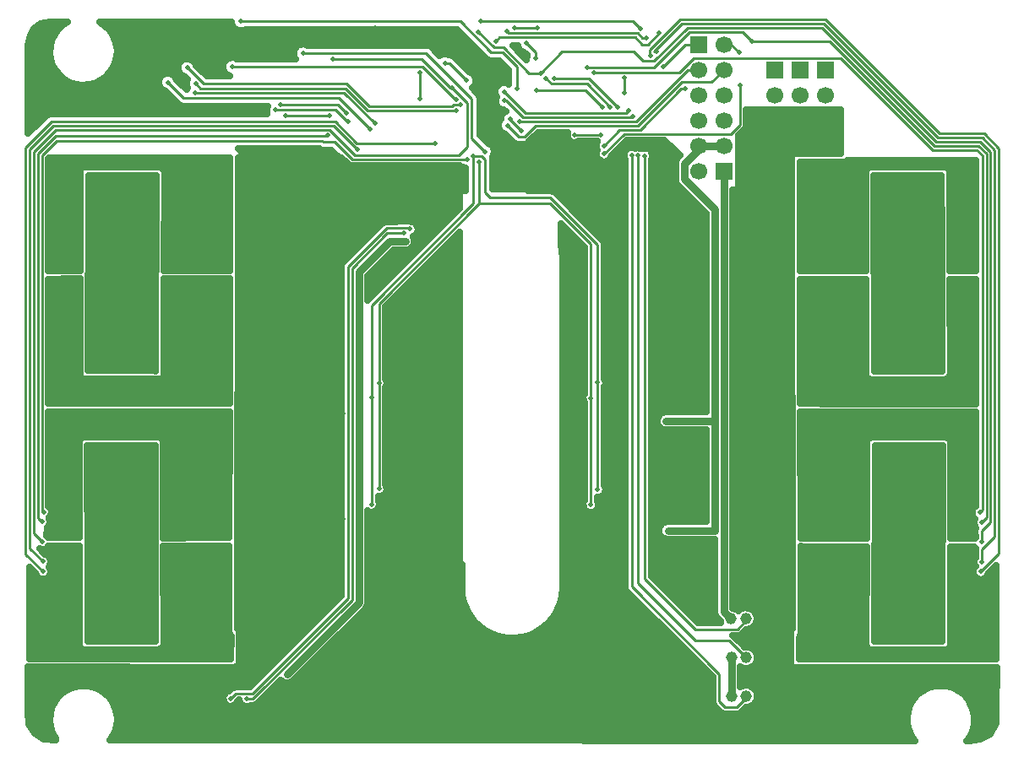
<source format=gbl>
G04 DipTrace 2.4.0.2*
%INBottom.gbr*%
%MOIN*%
%ADD13C,0.01*%
%ADD15C,0.03*%
%ADD17C,0.025*%
%ADD24C,0.046*%
%ADD27R,0.0669X0.0669*%
%ADD28C,0.0669*%
%ADD38C,0.02*%
%ADD40C,0.026*%
%FSLAX44Y44*%
G04*
G70*
G90*
G75*
G01*
%LNBottom*%
%LPD*%
X21408Y29443D2*
D13*
X21128D1*
X21078Y29393D1*
X17798D1*
X16918Y30273D1*
X11258D1*
X10628Y30903D1*
X23818Y28403D2*
X23348Y28873D1*
X23368D1*
X26948Y28263D2*
X25918D1*
X30788Y27813D2*
D15*
X31788D1*
X30788D2*
Y27683D1*
X30238Y27133D1*
Y26513D1*
X31428Y25323D1*
Y16963D1*
X29518D1*
X31428D2*
Y12633D1*
X29588D1*
X19228Y24063D2*
X18608D1*
X17388Y22843D1*
Y19593D1*
Y15643D1*
Y9783D1*
X14568Y6963D1*
X32088Y6083D2*
Y7603D1*
X31788Y26813D2*
Y9433D1*
X32078Y9143D1*
X9858Y30333D2*
D13*
X10478Y29713D1*
X16618D1*
X17838Y28493D1*
X18028Y28703D2*
X16798Y29933D1*
X10948D1*
X16758Y17263D2*
X14518D1*
X14128Y17653D1*
Y20815D1*
X14158Y20845D1*
X16758Y13073D2*
X14638D1*
X14158Y13553D1*
Y13745D1*
X25448Y26623D2*
Y27153D1*
X25058Y27543D1*
Y28243D1*
X24008Y31883D2*
X24378Y31513D1*
Y31273D1*
X22368Y27593D2*
X21848Y28113D1*
Y29673D1*
X20038Y31483D1*
X15188D1*
X4908Y12973D2*
X4858D1*
X4728Y13103D1*
Y27513D1*
X5438Y28223D1*
X16173D1*
X16158Y28238D1*
X4958Y13363D2*
X4888Y13433D1*
Y27443D1*
X5478Y28033D1*
X15948D1*
X15998Y27983D1*
X16448D1*
X17138Y27293D1*
X21678D1*
X4928Y11013D2*
X4248Y11693D1*
Y27763D1*
X5258Y28773D1*
X16468D1*
X17308Y27933D1*
X20418D1*
X41968Y11393D2*
Y11883D1*
X42478Y12393D1*
Y27663D1*
X41998Y28143D1*
X40238D1*
X35728Y32653D1*
X30138D1*
X29048Y31563D1*
X29128D1*
X41928Y11003D2*
X42638Y11713D1*
Y27733D1*
X42068Y28303D1*
X40308D1*
X35798Y32813D1*
X30068D1*
X28868Y31613D1*
Y31373D1*
X28888Y31393D1*
X32898Y31963D2*
X32528Y32333D1*
X30428D1*
X29028Y30933D1*
X26438D1*
X26418Y30913D1*
X41968Y12953D2*
X42158Y13143D1*
Y27513D1*
X41848Y27823D1*
X40098D1*
X35958Y31963D1*
X32898D1*
X26668Y30723D2*
X30038D1*
X30608Y31293D1*
X36398D1*
X40028Y27663D1*
X41778D1*
X41988Y27453D1*
Y13443D1*
X41888Y13343D1*
X14518Y29023D2*
X16238D1*
X19798Y30723D2*
Y29673D1*
X14118Y29243D2*
X16478D1*
X16920Y28800D1*
X16965D1*
X14318Y29463D2*
X16568D1*
X16918Y29113D1*
X24438Y32483D2*
X23528D1*
X29238Y32283D2*
X28788Y31833D1*
X28578D1*
X28308Y32103D1*
X22948D1*
X22798Y31953D1*
X28728Y32073D2*
X28718Y32083D1*
X28578D1*
X28388Y32273D1*
X23318D1*
X23228Y32363D1*
X4938Y11403D2*
X4408Y11933D1*
Y27683D1*
X5338Y28613D1*
X16398D1*
X17335Y27675D1*
X17348D1*
X23628Y30083D2*
Y30943D1*
X23058Y31513D1*
X22618D1*
X21388Y32743D1*
X12748D1*
X4898Y12183D2*
X4568Y12513D1*
Y27593D1*
X5428Y28453D1*
X16248D1*
X17238Y27463D1*
X21348D1*
X21668Y27783D1*
Y29533D1*
X21073Y30128D1*
X21003D1*
X19868Y31263D1*
X16368D1*
X41968Y12183D2*
Y12613D1*
X42318Y12963D1*
Y27583D1*
X41918Y27983D1*
X40168D1*
X35658Y32493D1*
X30358D1*
X29038Y31173D1*
X28618D1*
X28248Y31543D1*
X25408D1*
X24558Y30693D1*
X24108D1*
X23088Y31713D1*
X22728D1*
X22113Y32328D1*
X27878Y30513D2*
Y29933D1*
X22218Y32743D2*
X28218D1*
X28518Y32443D1*
X20808Y31093D2*
X20958D1*
X21648Y30403D1*
X23150Y29613D2*
X23208D1*
X23878Y28943D1*
X28208D1*
Y28993D1*
X21918Y27413D2*
Y25543D1*
X17908Y21533D1*
Y17883D1*
Y13663D1*
X21918Y27413D2*
X22228D1*
X22369Y27272D1*
Y25982D1*
X22558Y25793D1*
X24948D1*
X26818Y23923D1*
Y18473D1*
Y14253D1*
X31788Y31813D2*
X32068D1*
X32418Y31503D1*
X32428Y30223D2*
Y28653D1*
X32068Y28293D1*
X27858D1*
X27068Y27503D1*
X19418Y24543D2*
X19398D1*
X19358Y24583D1*
X18488D1*
X16968Y23063D1*
Y9963D1*
X13198Y6193D1*
X12548D1*
X12348Y5993D1*
X22138Y27173D2*
X22148Y27163D1*
Y25543D1*
X18188Y21583D1*
Y18453D1*
Y14273D1*
X22148Y25543D2*
X24948D1*
X26548Y23943D1*
Y17863D1*
Y13653D1*
X30788Y31813D2*
X30268D1*
X29403Y30948D1*
X30268Y30083D2*
X30118D1*
X28488Y28453D1*
X27678D1*
X27058Y27833D1*
X19178Y24373D2*
X18518D1*
X17128Y22983D1*
Y9893D1*
X13218Y5983D1*
X12968D1*
X30788Y30813D2*
X30378D1*
X28338Y28773D1*
X23748D1*
X31788Y30813D2*
X31318Y30343D1*
X30138D1*
X28408Y28613D1*
X24358D1*
X23938Y28193D1*
X23708D1*
X23268Y28633D1*
X25098Y30493D2*
X26468D1*
X27618Y29343D1*
X28678Y27433D2*
Y10733D1*
X30678Y8733D1*
X32328D1*
X32678Y9083D1*
Y9133D1*
X32668Y9143D1*
X24408Y30023D2*
X26338D1*
X27018Y29343D1*
X28158Y27453D2*
Y10403D1*
X31618Y6943D1*
Y5873D1*
X31848Y5643D1*
X32298D1*
X32678Y6023D1*
Y6083D1*
X24773Y30498D2*
X24998Y30273D1*
X26388D1*
X27318Y29343D1*
X28418Y27443D2*
Y10553D1*
X30682Y8289D1*
X31992D1*
X32678Y7603D1*
X21238Y29233D2*
X17728D1*
X16868Y30093D1*
X11138D1*
X10958Y30273D1*
X21248Y29653D2*
X21188D1*
X19898Y30943D1*
X12398D1*
X23128Y29953D2*
X23968Y29113D1*
X27938D1*
X28048Y29223D1*
D38*
X21408Y29443D3*
X10628Y30903D3*
X23818Y28403D3*
X23368Y28873D3*
X26948Y28263D3*
X25918D3*
X29588Y12633D3*
X29518Y16963D3*
X19228Y24063D3*
X17388Y15643D3*
Y19593D3*
X14568Y6963D3*
X9858Y30333D3*
X17838Y28493D3*
X18028Y28703D3*
X10948Y29933D3*
X16758Y17263D3*
Y13073D3*
X25448Y26623D3*
X25058Y28243D3*
X24008Y31883D3*
X24378Y31273D3*
X22368Y27593D3*
X15188Y31483D3*
X4908Y12973D3*
X16158Y28238D3*
X4958Y13363D3*
X21678Y27293D3*
X4928Y11013D3*
X20418Y27933D3*
X41968Y11393D3*
X29128Y31563D3*
X41928Y11003D3*
X28888Y31393D3*
X32898Y31963D3*
X26418Y30913D3*
X41968Y12953D3*
X32898Y31963D3*
X26668Y30723D3*
X41888Y13343D3*
X14518Y29023D3*
X16238D3*
X19798Y30723D3*
Y29673D3*
X14118Y29243D3*
X16965Y28800D3*
X14318Y29463D3*
X16918Y29113D3*
X24438Y32483D3*
X23528D3*
X29238Y32283D3*
X22798Y31953D3*
X28728Y32073D3*
X23228Y32363D3*
X4938Y11403D3*
X17348Y27675D3*
X23628Y30083D3*
X12748Y32743D3*
D3*
X4898Y12183D3*
X21073Y30128D3*
X16368Y31263D3*
X41968Y12183D3*
X24558Y30693D3*
X22113Y32328D3*
X27878Y30513D3*
Y29933D3*
X22218Y32743D3*
X28518Y32443D3*
X20808Y31093D3*
X21648Y30403D3*
X23150Y29613D3*
X28208Y28993D3*
X21918Y27413D3*
X17908Y17883D3*
Y13663D3*
X26818Y18473D3*
X21918Y27413D3*
X26818Y14253D3*
X32418Y31503D3*
X32428Y30223D3*
X27068Y27503D3*
X19418Y24543D3*
X12348Y5993D3*
X22138Y27173D3*
X18188Y18453D3*
Y14273D3*
X26548Y17863D3*
Y13653D3*
X29403Y30948D3*
X30268Y30083D3*
X27058Y27833D3*
X19178Y24373D3*
X12968Y5983D3*
X23748Y28773D3*
X23268Y28633D3*
X25098Y30493D3*
X27618Y29343D3*
X28678Y27433D3*
X24408Y30023D3*
X27018Y29343D3*
X28158Y27453D3*
X24773Y30498D3*
X27318Y29343D3*
X28418Y27443D3*
X21238Y29233D3*
X10958Y30273D3*
X21248Y29653D3*
X12398Y30943D3*
X23128Y29953D3*
X28048Y29223D3*
X23338Y28093D3*
D40*
X13558Y21595D3*
Y21220D3*
Y20845D3*
Y20470D3*
X13858Y21408D3*
X14158Y21220D3*
X13858Y21033D3*
X14158Y20845D3*
X13858Y20658D3*
X13558Y14495D3*
Y14120D3*
Y13745D3*
Y13370D3*
X13858Y14308D3*
X14158Y14120D3*
X13858Y13933D3*
X14158Y13745D3*
X13858Y13558D3*
X13558Y10985D3*
Y10610D3*
Y10235D3*
Y9860D3*
X13858Y10798D3*
X14158Y10610D3*
X13858Y10423D3*
X14158Y10235D3*
X13858Y10048D3*
X33318Y23980D3*
Y24355D3*
Y24730D3*
Y25105D3*
X33018Y24168D3*
X32718Y24355D3*
X33018Y24543D3*
X32718Y24730D3*
X33018Y24918D3*
X33318Y20470D3*
Y20845D3*
Y21220D3*
Y21595D3*
X33018Y20658D3*
X32718Y20845D3*
X33018Y21033D3*
X32718Y21220D3*
X33018Y21408D3*
X33318Y13380D3*
Y13755D3*
Y14130D3*
Y14505D3*
X33018Y13568D3*
X32718Y13755D3*
X33018Y13943D3*
X32718Y14130D3*
X33018Y14318D3*
X13558Y25103D3*
Y24728D3*
Y24353D3*
Y23978D3*
X13858Y24915D3*
X14158Y24728D3*
X13858Y24540D3*
X14158Y24353D3*
X13858Y24165D3*
X33318Y9870D3*
Y10245D3*
Y10620D3*
Y10995D3*
X33018Y10058D3*
X32718Y10245D3*
X33018Y10433D3*
X32718Y10620D3*
X33018Y10808D3*
X11055Y26633D3*
X11493Y25883D3*
Y26383D3*
X9805Y25883D3*
Y26383D3*
X10243Y26633D3*
X10650Y26393D3*
X10213Y25623D3*
X10650Y25873D3*
Y25373D3*
X11088Y25623D3*
X11493Y24333D3*
Y25333D3*
Y24833D3*
X11055Y24583D3*
X9805Y24333D3*
Y25333D3*
Y24833D3*
X10243Y24583D3*
X10650Y24843D3*
X9805Y23823D3*
X10650Y24323D3*
Y23823D3*
X11088Y23573D3*
X10213D3*
X11493Y23823D3*
X11025Y11393D3*
X11463Y10643D3*
Y11143D3*
X9775Y10643D3*
Y11143D3*
X10213Y11393D3*
X10620Y11153D3*
X10183Y10383D3*
X10620Y10633D3*
Y10133D3*
X11058Y10383D3*
X11463Y9093D3*
Y10093D3*
Y9593D3*
X11025Y9343D3*
X9775Y9093D3*
Y10093D3*
Y9593D3*
X10213Y9343D3*
X10620Y9603D3*
X9775Y8583D3*
X10620Y9083D3*
Y8583D3*
X11058Y8333D3*
X10183D3*
X11463Y8583D3*
X11050Y16030D3*
X11488Y15280D3*
Y15780D3*
X9800Y15280D3*
Y15780D3*
X10238Y16030D3*
X10645Y15790D3*
X10208Y15020D3*
X10645Y15270D3*
Y14770D3*
X11083Y15020D3*
X11488Y13730D3*
Y14730D3*
Y14230D3*
X11050Y13980D3*
X9800Y13730D3*
Y14730D3*
Y14230D3*
X10238Y13980D3*
X10645Y14240D3*
X9800Y13220D3*
X10645Y13720D3*
Y13220D3*
X11083Y12970D3*
X10208D3*
X11488Y13220D3*
X8488Y13720D3*
X8925Y12970D3*
Y13470D3*
X7238Y12970D3*
X7237Y13470D3*
X7675Y13720D3*
X8083Y13480D3*
X7645Y12710D3*
X8083Y12960D3*
Y12460D3*
X8520Y12710D3*
X8925Y11420D3*
Y12420D3*
Y11920D3*
X8488Y11670D3*
X7238Y11420D3*
Y12420D3*
Y11920D3*
X7675Y11670D3*
X8083Y11930D3*
X7238Y10910D3*
X8083Y11410D3*
Y10910D3*
X8520Y10660D3*
X7645D3*
X8925Y10910D3*
X8493Y24323D3*
X8930Y23573D3*
Y24073D3*
X7243Y23573D3*
X7242Y24073D3*
X7680Y24323D3*
X8088Y24083D3*
X7650Y23313D3*
X8088Y23563D3*
Y23063D3*
X8525Y23313D3*
X8930Y22023D3*
Y23023D3*
Y22523D3*
X8493Y22273D3*
X7243Y22023D3*
Y23023D3*
Y22523D3*
X7680Y22273D3*
X8088Y22533D3*
X11031Y21995D3*
X11468Y21245D3*
X7243Y21513D3*
X11468Y21745D3*
X8088Y22013D3*
Y21513D3*
X8525Y21263D3*
X7650D3*
X9781Y21245D3*
X8930Y21513D3*
X9781Y21745D3*
X10218Y21995D3*
X10626Y21755D3*
X10188Y20985D3*
X10626Y21235D3*
Y20735D3*
X11063Y20985D3*
X11468Y19695D3*
Y20695D3*
Y20195D3*
X11031Y19945D3*
X9781Y19695D3*
Y20695D3*
Y20195D3*
X10218Y19945D3*
X10626Y20205D3*
X9781Y19185D3*
X10626Y19685D3*
Y19185D3*
X11063Y18935D3*
X10188D3*
X11468Y19185D3*
X35837Y12970D3*
X35399Y13720D3*
Y13220D3*
X37087Y13720D3*
Y13220D3*
X36649Y12970D3*
X36242Y13210D3*
X36679Y13980D3*
X36242Y13730D3*
Y14230D3*
X35804Y13980D3*
X35399Y15270D3*
Y14270D3*
Y14770D3*
X35837Y15020D3*
X37087Y15270D3*
Y14270D3*
Y14770D3*
X36649Y15020D3*
X36242Y14760D3*
X37087Y15780D3*
X36242Y15280D3*
Y15780D3*
X35804Y16030D3*
X36679D3*
X35399Y15780D3*
X35812Y8333D3*
X35375Y9083D3*
Y8583D3*
X37062Y9083D3*
Y8583D3*
X36625Y8333D3*
X36217Y8573D3*
X36655Y9343D3*
X36217Y9093D3*
Y9593D3*
X35780Y9343D3*
X35375Y10633D3*
Y9633D3*
Y10133D3*
X35812Y10383D3*
X37062Y10633D3*
Y9633D3*
Y10133D3*
X36625Y10383D3*
X36217Y10123D3*
X37062Y11143D3*
X36217Y10643D3*
Y11143D3*
X35780Y11393D3*
X36655D3*
X35375Y11143D3*
X38375Y10643D3*
X37937Y11393D3*
Y10893D3*
X39625Y11393D3*
Y10893D3*
X39187Y10643D3*
X38780Y10883D3*
X39217Y11653D3*
X38780Y11403D3*
Y11903D3*
X38342Y11653D3*
X37937Y12943D3*
Y11943D3*
Y12443D3*
X38375Y12693D3*
X39625Y12943D3*
Y11943D3*
Y12443D3*
X39187Y12693D3*
X38780Y12433D3*
X39625Y13453D3*
X38780Y12953D3*
Y13453D3*
X38342Y13703D3*
X39217D3*
X37937Y13453D3*
X35838Y23570D3*
X35400Y24320D3*
Y23820D3*
X37088Y24320D3*
Y23820D3*
X36650Y23570D3*
X36243Y23810D3*
X36680Y24580D3*
X36243Y24330D3*
Y24830D3*
X35805Y24580D3*
X35400Y25870D3*
Y24870D3*
Y25370D3*
X35838Y25620D3*
X37088Y25870D3*
Y24870D3*
Y25370D3*
X36650Y25620D3*
X36243Y25360D3*
X37088Y26380D3*
X36243Y25880D3*
Y26380D3*
X35805Y26630D3*
X36680D3*
X35400Y26380D3*
X35813Y18933D3*
X35375Y19683D3*
Y19183D3*
X37063Y19683D3*
Y19183D3*
X36625Y18933D3*
X36218Y19173D3*
X36655Y19943D3*
X36218Y19693D3*
Y20193D3*
X35780Y19943D3*
X35375Y21233D3*
Y20233D3*
Y20733D3*
X35813Y20983D3*
X37063Y21233D3*
Y20233D3*
Y20733D3*
X36625Y20983D3*
X36218Y20723D3*
X37063Y21743D3*
X36218Y21243D3*
Y21743D3*
X35780Y21993D3*
X36655D3*
X35375Y21743D3*
X38375Y21243D3*
X37938Y21993D3*
Y21493D3*
X39625Y21993D3*
X39626Y21493D3*
X39188Y21243D3*
X38780Y21483D3*
X39218Y22253D3*
X38780Y22003D3*
Y22503D3*
X38343Y22253D3*
X37938Y23543D3*
Y22543D3*
Y23043D3*
X38375Y23293D3*
X39625Y23543D3*
Y22543D3*
Y23043D3*
X39188Y23293D3*
X38780Y23033D3*
X39625Y24053D3*
X38780Y23553D3*
Y24053D3*
X38343Y24303D3*
X39218D3*
X37938Y24053D3*
D38*
X5938Y9063D3*
X5438D3*
Y8563D3*
X5938D3*
X5438Y8063D3*
X5938D3*
Y16273D3*
X5438D3*
Y15773D3*
X5938D3*
X5438Y15273D3*
X5938D3*
Y19533D3*
X5438D3*
Y19033D3*
X5938D3*
X5438Y18533D3*
X5938D3*
Y26913D3*
X5438D3*
Y26413D3*
X5938D3*
X5438Y25913D3*
X5938D3*
X41598Y8953D3*
X41098D3*
Y8453D3*
X41598D3*
X41098Y7953D3*
X41598D3*
Y16253D3*
X41098D3*
Y15753D3*
X41598D3*
X41098Y15253D3*
X41598D3*
X41618Y19483D3*
X41118D3*
Y18983D3*
X41618D3*
X41118Y18483D3*
X41618D3*
X41558Y26823D3*
X41058D3*
Y26323D3*
X41558D3*
X41058Y25823D3*
X41558D3*
X20438Y23363D3*
Y22363D3*
Y21363D3*
Y20363D3*
Y19363D3*
Y17363D3*
Y18363D3*
Y16363D3*
Y15363D3*
Y14363D3*
Y13363D3*
Y12363D3*
Y11363D3*
Y10363D3*
Y9363D3*
X19438D3*
Y13363D3*
Y14363D3*
Y17363D3*
Y18363D3*
Y20363D3*
X27438Y23363D3*
Y22363D3*
X20438Y8363D3*
X27438Y20363D3*
Y19363D3*
X21438Y8363D3*
X27438Y17363D3*
Y16363D3*
Y15363D3*
X22438Y8363D3*
X27438Y13363D3*
Y12363D3*
X24438Y8363D3*
X25438D3*
X26438D3*
Y9363D3*
Y10363D3*
Y11363D3*
Y12363D3*
Y13363D3*
X25438Y9363D3*
X21438D3*
X4448Y30733D3*
X11538Y32483D3*
X18048Y32473D3*
X22218Y29573D3*
X23338Y30613D3*
X29438Y11363D3*
Y15363D3*
Y16363D3*
X30438D3*
X29438Y20363D3*
X18438Y22363D3*
Y23363D3*
X19438Y25363D3*
X20438D3*
Y26363D3*
X11738Y5923D3*
X18438Y26363D3*
X16438Y27363D3*
X32706Y28989D2*
D17*
X36367D1*
X32706Y28740D2*
X36367D1*
X32647Y28492D2*
X36367D1*
X32401Y28243D2*
X36367D1*
X32397Y27994D2*
X36367D1*
X32397Y27746D2*
X36367D1*
X32397Y27497D2*
X34437D1*
X32397Y27248D2*
X34437D1*
X32397Y27000D2*
X34437D1*
X32397Y26751D2*
X34441D1*
X32397Y26502D2*
X34441D1*
X32397Y26253D2*
X34441D1*
X29218Y26005D2*
X30222D1*
X32175D2*
X34441D1*
X29214Y25756D2*
X30472D1*
X32175D2*
X34441D1*
X29214Y25507D2*
X30722D1*
X32175D2*
X34441D1*
X29214Y25259D2*
X30968D1*
X32175D2*
X34441D1*
X29210Y25010D2*
X31062D1*
X32175D2*
X34445D1*
X29210Y24761D2*
X31062D1*
X32175D2*
X34445D1*
X29210Y24513D2*
X31062D1*
X32175D2*
X34445D1*
X29206Y24264D2*
X31062D1*
X32175D2*
X34445D1*
X29206Y24015D2*
X31062D1*
X32175D2*
X34445D1*
X29206Y23767D2*
X31062D1*
X32175D2*
X34445D1*
X29202Y23518D2*
X31062D1*
X32175D2*
X34445D1*
X29202Y23269D2*
X31062D1*
X32175D2*
X34445D1*
X29198Y23021D2*
X31062D1*
X32175D2*
X34449D1*
X29198Y22772D2*
X31062D1*
X32175D2*
X34449D1*
X29198Y22523D2*
X31062D1*
X32175D2*
X34449D1*
X29194Y22274D2*
X31062D1*
X32175D2*
X34449D1*
X29194Y22026D2*
X31062D1*
X32175D2*
X34449D1*
X29194Y21777D2*
X31062D1*
X32175D2*
X34449D1*
X29190Y21528D2*
X31062D1*
X32175D2*
X34449D1*
X29190Y21280D2*
X31062D1*
X32175D2*
X34453D1*
X29190Y21031D2*
X31062D1*
X32175D2*
X34453D1*
X29186Y20782D2*
X31062D1*
X32175D2*
X34453D1*
X29186Y20534D2*
X31062D1*
X32175D2*
X34453D1*
X29182Y20285D2*
X31062D1*
X32175D2*
X34453D1*
X29182Y20036D2*
X31062D1*
X32175D2*
X34453D1*
X29182Y19788D2*
X31062D1*
X32175D2*
X34453D1*
X29178Y19539D2*
X31062D1*
X32175D2*
X34453D1*
X29178Y19290D2*
X31062D1*
X32175D2*
X34457D1*
X29178Y19042D2*
X31062D1*
X32175D2*
X34457D1*
X29175Y18793D2*
X31062D1*
X32175D2*
X34457D1*
X29175Y18544D2*
X31062D1*
X32175D2*
X34457D1*
X29175Y18295D2*
X31062D1*
X32175D2*
X34457D1*
X29171Y18047D2*
X31062D1*
X32175D2*
X34457D1*
X29171Y17798D2*
X31062D1*
X32175D2*
X34457D1*
X29167Y17549D2*
X31062D1*
X32175D2*
X34460D1*
X29167Y17301D2*
X29394D1*
X32175D2*
X34460D1*
X32175Y17052D2*
X34460D1*
X32175Y16803D2*
X34460D1*
X29163Y16555D2*
X31062D1*
X32175D2*
X34460D1*
X29163Y16306D2*
X31062D1*
X32175D2*
X34460D1*
X29159Y16057D2*
X31062D1*
X32175D2*
X34460D1*
X29159Y15809D2*
X31062D1*
X32175D2*
X34464D1*
X29159Y15560D2*
X31062D1*
X32175D2*
X34464D1*
X29155Y15311D2*
X31062D1*
X32175D2*
X34464D1*
X29155Y15063D2*
X31062D1*
X32175D2*
X34464D1*
X29151Y14814D2*
X31062D1*
X32175D2*
X34464D1*
X29151Y14565D2*
X31062D1*
X32175D2*
X34464D1*
X29151Y14316D2*
X31062D1*
X32175D2*
X34464D1*
X29147Y14068D2*
X31062D1*
X32175D2*
X34464D1*
X29147Y13819D2*
X31062D1*
X32175D2*
X34468D1*
X29147Y13570D2*
X31062D1*
X32175D2*
X34468D1*
X29143Y13322D2*
X31062D1*
X32175D2*
X34468D1*
X29143Y13073D2*
X31062D1*
X32175D2*
X34468D1*
X32175Y12824D2*
X34468D1*
X32175Y12576D2*
X34468D1*
X29139Y12327D2*
X29390D1*
X32175D2*
X34468D1*
X29135Y12078D2*
X31421D1*
X32175D2*
X34472D1*
X29135Y11830D2*
X31421D1*
X32175D2*
X34472D1*
X29135Y11581D2*
X31421D1*
X32175D2*
X34472D1*
X29132Y11332D2*
X31421D1*
X32175D2*
X34472D1*
X29132Y11084D2*
X31421D1*
X32175D2*
X34472D1*
X29132Y10835D2*
X31421D1*
X32175D2*
X34472D1*
X29206Y10586D2*
X31421D1*
X32175D2*
X34472D1*
X29456Y10337D2*
X31421D1*
X32175D2*
X34476D1*
X29702Y10089D2*
X31421D1*
X32175D2*
X34476D1*
X29952Y9840D2*
X31421D1*
X32175D2*
X34476D1*
X30202Y9591D2*
X31421D1*
X32175D2*
X34476D1*
X30448Y9343D2*
X31429D1*
X33077D2*
X34476D1*
X30698Y9094D2*
X31605D1*
X33124D2*
X34476D1*
X33007Y8845D2*
X34476D1*
X32155Y9566D2*
X32283Y9523D1*
X32374Y9455D1*
X32403Y9484D1*
X32511Y9545D1*
X32633Y9573D1*
X32757Y9566D1*
X32874Y9523D1*
X32974Y9448D1*
X33048Y9348D1*
X33091Y9231D1*
X33100Y9143D1*
X33082Y9019D1*
X33030Y8906D1*
X32948Y8813D1*
X32842Y8747D1*
X32816Y8740D1*
X34503Y8738D1*
X34463Y27382D1*
X34524Y27488D1*
X34588Y27508D1*
X36393D1*
Y29238D1*
X32678D1*
X32680Y28653D1*
X32647Y28530D1*
X32606Y28475D1*
X32373Y28238D1*
Y26203D1*
X32312Y26097D1*
X32248Y26078D1*
X32150D1*
Y9567D1*
X31649Y9073D2*
X31549Y9174D1*
X31478Y9276D1*
X31446Y9423D1*
Y12278D1*
X30688Y12281D1*
X29588D1*
X29466Y12303D1*
X29358Y12366D1*
X29280Y12462D1*
X29240Y12580D1*
X29243Y12704D1*
X29290Y12820D1*
X29373Y12912D1*
X29484Y12969D1*
X29588Y12985D1*
X31086Y12988D1*
Y16613D1*
X30063Y16611D1*
X29518D1*
X29396Y16633D1*
X29288Y16696D1*
X29210Y16792D1*
X29170Y16910D1*
X29173Y17034D1*
X29220Y17150D1*
X29303Y17242D1*
X29414Y17299D1*
X29518Y17315D1*
X31086Y17318D1*
X31087Y25166D1*
X30175Y26078D1*
X29192Y26077D1*
X29104Y10659D1*
X30005Y9762D1*
X30781Y8986D1*
X31681Y8983D1*
X31656Y9064D1*
X31553Y8985D1*
X31674D1*
X37740Y26409D2*
X40358D1*
X37740Y26160D2*
X40358D1*
X37740Y25912D2*
X40358D1*
X37740Y25663D2*
X40358D1*
X37740Y25414D2*
X40358D1*
X37740Y25166D2*
X40362D1*
X37740Y24917D2*
X40362D1*
X37740Y24668D2*
X40362D1*
X37740Y24420D2*
X40362D1*
X37740Y24171D2*
X40362D1*
X37740Y23922D2*
X40362D1*
X37740Y23673D2*
X40362D1*
X37744Y23425D2*
X40362D1*
X37744Y23176D2*
X40362D1*
X37744Y22927D2*
X40362D1*
X37744Y22679D2*
X40362D1*
X37744Y22430D2*
X40362D1*
X37744Y22181D2*
X40362D1*
X37744Y21933D2*
X40366D1*
X37744Y21684D2*
X40366D1*
X37744Y21435D2*
X40366D1*
X37744Y21187D2*
X40366D1*
X37744Y20938D2*
X40366D1*
X37744Y20689D2*
X40366D1*
X37748Y20441D2*
X40366D1*
X37748Y20192D2*
X40366D1*
X37748Y19943D2*
X40366D1*
X37748Y19694D2*
X40366D1*
X37748Y19446D2*
X40366D1*
X37748Y19197D2*
X40366D1*
X37748Y18948D2*
X40370D1*
X37713Y26654D2*
X37723Y18928D1*
X40391D1*
X40386Y24178D1*
X40383Y26658D1*
X37715D1*
X34826Y22329D2*
X37366D1*
X40740D2*
X41709D1*
X34826Y22080D2*
X37366D1*
X40740D2*
X41709D1*
X34826Y21832D2*
X37366D1*
X40740D2*
X41709D1*
X34826Y21583D2*
X37366D1*
X40740D2*
X41709D1*
X34826Y21334D2*
X37370D1*
X40740D2*
X41709D1*
X34830Y21086D2*
X37370D1*
X40744D2*
X41709D1*
X34830Y20837D2*
X37370D1*
X40744D2*
X41709D1*
X34830Y20588D2*
X37370D1*
X40744D2*
X41709D1*
X34830Y20340D2*
X37370D1*
X40744D2*
X41709D1*
X34830Y20091D2*
X37370D1*
X40744D2*
X41709D1*
X34830Y19842D2*
X37370D1*
X40744D2*
X41709D1*
X34830Y19593D2*
X37370D1*
X40744D2*
X41709D1*
X34834Y19345D2*
X37370D1*
X40744D2*
X41709D1*
X34834Y19096D2*
X37370D1*
X40744D2*
X41709D1*
X34834Y18847D2*
X37370D1*
X40744D2*
X41709D1*
X34834Y18599D2*
X41709D1*
X34834Y18350D2*
X41709D1*
X34834Y18101D2*
X41709D1*
X34834Y17853D2*
X41709D1*
X34800Y22559D2*
X34811Y17637D1*
X36358Y17635D1*
X41737D1*
X41736Y22564D1*
X40716Y22561D1*
X40720Y18803D1*
X40683Y18686D1*
X40580Y18612D1*
X40518Y18601D1*
X37598D1*
X37481Y18638D1*
X37407Y18740D1*
X37396Y18802D1*
X37391Y22564D1*
X36993Y22561D1*
X34801D1*
X34816Y26999D2*
X41712D1*
X34816Y26750D2*
X37360D1*
X40734D2*
X41712D1*
X34816Y26502D2*
X37360D1*
X40734D2*
X41712D1*
X34816Y26253D2*
X37360D1*
X40734D2*
X41712D1*
X34816Y26004D2*
X37364D1*
X40734D2*
X41712D1*
X34820Y25756D2*
X37364D1*
X40734D2*
X41712D1*
X34820Y25507D2*
X37364D1*
X40738D2*
X41712D1*
X34820Y25258D2*
X37364D1*
X40738D2*
X41712D1*
X34820Y25010D2*
X37364D1*
X40738D2*
X41712D1*
X34820Y24761D2*
X37364D1*
X40738D2*
X41712D1*
X34820Y24512D2*
X37364D1*
X40738D2*
X41712D1*
X34820Y24263D2*
X37364D1*
X40738D2*
X41712D1*
X34820Y24015D2*
X37364D1*
X40738D2*
X41712D1*
X34824Y23766D2*
X37364D1*
X40738D2*
X41712D1*
X34824Y23517D2*
X37364D1*
X40738D2*
X41712D1*
X34824Y23269D2*
X37364D1*
X40738D2*
X41712D1*
X34824Y23020D2*
X37364D1*
X40738D2*
X41712D1*
X36393Y27181D2*
X34787D1*
X34792Y26258D1*
X34799Y22887D1*
X37391Y22888D1*
X37386Y26782D1*
X37423Y26900D1*
X37525Y26974D1*
X37588Y26985D1*
X40508D1*
X40625Y26947D1*
X40699Y26845D1*
X40710Y26783D1*
X40715Y22888D1*
X41735D1*
X41736Y27251D1*
X40868Y27248D1*
X36669D1*
X36643Y27224D1*
X36518Y27181D1*
X36393D1*
X37778Y15729D2*
X40396D1*
X37778Y15480D2*
X40396D1*
X37778Y15232D2*
X40396D1*
X37778Y14983D2*
X40396D1*
X37778Y14734D2*
X40396D1*
X37778Y14486D2*
X40396D1*
X37774Y14237D2*
X40396D1*
X37774Y13988D2*
X40396D1*
X37774Y13740D2*
X40396D1*
X37774Y13491D2*
X40396D1*
X37774Y13242D2*
X40396D1*
X37774Y12993D2*
X40396D1*
X37774Y12745D2*
X40396D1*
X37774Y12496D2*
X40392D1*
X37774Y12247D2*
X40392D1*
X37774Y11999D2*
X40392D1*
X37774Y11750D2*
X40392D1*
X37774Y11501D2*
X40392D1*
X37770Y11253D2*
X40392D1*
X37770Y11004D2*
X40392D1*
X37770Y10755D2*
X40392D1*
X37770Y10507D2*
X40392D1*
X37770Y10258D2*
X40392D1*
X37770Y10009D2*
X40392D1*
X37770Y9761D2*
X40392D1*
X37770Y9512D2*
X40388D1*
X37770Y9263D2*
X40388D1*
X37770Y9014D2*
X40388D1*
X37770Y8766D2*
X40388D1*
X37770Y8517D2*
X40388D1*
X37770Y8268D2*
X40388D1*
X37753Y15981D2*
X37743Y8247D1*
X40413Y8248D1*
X40423Y15978D1*
X37755D1*
X34838Y17059D2*
X41710D1*
X34838Y16810D2*
X41710D1*
X34838Y16562D2*
X41710D1*
X34838Y16313D2*
X41710D1*
X34838Y16064D2*
X37401D1*
X40775D2*
X41710D1*
X34838Y15816D2*
X37401D1*
X40775D2*
X41710D1*
X34842Y15567D2*
X37401D1*
X40775D2*
X41710D1*
X34842Y15318D2*
X37401D1*
X40775D2*
X41710D1*
X34842Y15070D2*
X37401D1*
X40772D2*
X41710D1*
X34842Y14821D2*
X37401D1*
X40772D2*
X41710D1*
X34842Y14572D2*
X37397D1*
X40772D2*
X41710D1*
X34842Y14323D2*
X37397D1*
X40772D2*
X41710D1*
X34842Y14075D2*
X37397D1*
X40772D2*
X41710D1*
X34842Y13826D2*
X37397D1*
X40772D2*
X41710D1*
X34846Y13577D2*
X37397D1*
X40772D2*
X41675D1*
X34846Y13329D2*
X37397D1*
X40772D2*
X41561D1*
X34846Y13080D2*
X37397D1*
X40772D2*
X41671D1*
X34846Y12831D2*
X37397D1*
X40772D2*
X41667D1*
X34846Y12583D2*
X37397D1*
X40772D2*
X41690D1*
X34846Y12334D2*
X37397D1*
X40772D2*
X41683D1*
X34811Y17309D2*
X34822Y12325D1*
X35628Y12328D1*
X37421D1*
X37426Y16103D1*
X37464Y16220D1*
X37566Y16294D1*
X37628Y16305D1*
X40548D1*
X40665Y16267D1*
X40739Y16165D1*
X40750Y16102D1*
X40745Y12325D1*
X41503Y12328D1*
X41702D1*
X41719Y12352D1*
X41716Y12613D1*
X41749Y12735D1*
X41675Y12880D1*
X41670Y13004D1*
X41709Y13101D1*
X41649Y13158D1*
X41595Y13270D1*
X41590Y13394D1*
X41636Y13509D1*
X41735Y13601D1*
X41736Y17306D1*
X34868Y17308D1*
X34809D1*
X34846Y11769D2*
X37394D1*
X40768D2*
X41691D1*
X34850Y11520D2*
X37394D1*
X40768D2*
X41671D1*
X34850Y11272D2*
X37394D1*
X40768D2*
X41667D1*
X34850Y11023D2*
X37394D1*
X40768D2*
X41601D1*
X42331D2*
X42519D1*
X34850Y10774D2*
X37394D1*
X40768D2*
X41706D1*
X42151D2*
X42519D1*
X34850Y10526D2*
X37394D1*
X40768D2*
X42519D1*
X34850Y10277D2*
X37394D1*
X40768D2*
X42519D1*
X34850Y10028D2*
X37394D1*
X40768D2*
X42519D1*
X34854Y9780D2*
X37394D1*
X40768D2*
X42519D1*
X34854Y9531D2*
X37394D1*
X40768D2*
X42519D1*
X34854Y9282D2*
X37394D1*
X40768D2*
X42519D1*
X34854Y9033D2*
X37394D1*
X40764D2*
X42519D1*
X34854Y8785D2*
X37390D1*
X40764D2*
X42519D1*
X34838Y8536D2*
X37390D1*
X40764D2*
X42519D1*
X34778Y8287D2*
X37390D1*
X40764D2*
X42519D1*
X34778Y8039D2*
X37410D1*
X40745D2*
X42519D1*
X34778Y7790D2*
X42519D1*
X34823Y12004D2*
X34830Y8613D1*
X34790Y8494D1*
X34819Y8552D1*
X34753Y8393D1*
Y7545D1*
X36378Y7550D1*
X42543Y7558D1*
Y11265D1*
X42222Y10941D1*
X42204Y10881D1*
X42132Y10780D1*
X42025Y10717D1*
X41902Y10702D1*
X41783Y10738D1*
X41689Y10818D1*
X41635Y10930D1*
X41630Y11054D1*
X41676Y11169D1*
X41723Y11215D1*
X41675Y11320D1*
X41670Y11444D1*
X41719Y11562D1*
Y11917D1*
X41667Y11983D1*
X40742Y11987D1*
X40744Y11602D1*
X40740Y8122D1*
X40702Y8005D1*
X40600Y7932D1*
X40538Y7921D1*
X37618D1*
X37501Y7958D1*
X37427Y8060D1*
X37416Y8123D1*
X37421Y12002D1*
X34824Y12001D1*
X12657Y27119D2*
X16931D1*
X12657Y26870D2*
X21357D1*
X12657Y26622D2*
X21357D1*
X12657Y26373D2*
X21357D1*
X12657Y26124D2*
X21357D1*
X12653Y25876D2*
X21357D1*
X12653Y25627D2*
X21357D1*
X12653Y25378D2*
X21357D1*
X12653Y25130D2*
X21123D1*
X12653Y24881D2*
X20877D1*
X12653Y24632D2*
X18158D1*
X19731D2*
X20627D1*
X12653Y24383D2*
X17908D1*
X19700D2*
X20377D1*
X12653Y24135D2*
X17658D1*
X19599D2*
X20131D1*
X21122D2*
X21357D1*
X12653Y23886D2*
X17412D1*
X19556D2*
X19881D1*
X20872D2*
X21357D1*
X12653Y23637D2*
X17162D1*
X18704D2*
X19631D1*
X20622D2*
X21357D1*
X12649Y23389D2*
X16912D1*
X18458D2*
X19385D1*
X20376D2*
X21357D1*
X12649Y23140D2*
X16705D1*
X18208D2*
X19135D1*
X20126D2*
X21357D1*
X12649Y22891D2*
X16689D1*
X17958D2*
X18885D1*
X19876D2*
X21357D1*
X12649Y22643D2*
X16689D1*
X17767D2*
X18638D1*
X19630D2*
X21357D1*
X12649Y22394D2*
X16689D1*
X17767D2*
X18388D1*
X19380D2*
X21357D1*
X12649Y22145D2*
X16689D1*
X17767D2*
X18138D1*
X19130D2*
X21357D1*
X12649Y21897D2*
X16689D1*
X18884D2*
X21357D1*
X12649Y21648D2*
X16689D1*
X18634D2*
X21357D1*
X12649Y21399D2*
X16689D1*
X18466D2*
X21357D1*
X12649Y21151D2*
X16689D1*
X18466D2*
X21357D1*
X12645Y20902D2*
X16689D1*
X18466D2*
X21357D1*
X12645Y20653D2*
X16689D1*
X18466D2*
X21357D1*
X12645Y20404D2*
X16689D1*
X18466D2*
X21357D1*
X12645Y20156D2*
X16689D1*
X18466D2*
X21357D1*
X12645Y19907D2*
X16689D1*
X18466D2*
X21357D1*
X12645Y19658D2*
X16689D1*
X18466D2*
X21357D1*
X12645Y19410D2*
X16689D1*
X18466D2*
X21357D1*
X12645Y19161D2*
X16689D1*
X18466D2*
X21357D1*
X12645Y18912D2*
X16689D1*
X18466D2*
X21357D1*
X12645Y18664D2*
X16689D1*
X18466D2*
X21357D1*
X12642Y18415D2*
X16689D1*
X18513D2*
X21357D1*
X12642Y18166D2*
X16689D1*
X18466D2*
X21357D1*
X12642Y17918D2*
X16689D1*
X18466D2*
X21357D1*
X12642Y17669D2*
X16689D1*
X18466D2*
X21357D1*
X12642Y17420D2*
X16689D1*
X18466D2*
X21357D1*
X12642Y17172D2*
X16689D1*
X18466D2*
X21357D1*
X12642Y16923D2*
X16689D1*
X18466D2*
X21357D1*
X12642Y16674D2*
X16689D1*
X18466D2*
X21357D1*
X12642Y16425D2*
X16689D1*
X18466D2*
X21357D1*
X12642Y16177D2*
X16689D1*
X18466D2*
X21357D1*
X12638Y15928D2*
X16689D1*
X18466D2*
X21357D1*
X12638Y15679D2*
X16689D1*
X18466D2*
X21357D1*
X12638Y15431D2*
X16689D1*
X18466D2*
X21357D1*
X12638Y15182D2*
X16689D1*
X18466D2*
X21357D1*
X12638Y14933D2*
X16689D1*
X18466D2*
X21357D1*
X12638Y14685D2*
X16689D1*
X18466D2*
X21357D1*
X12638Y14436D2*
X16689D1*
X18466D2*
X21357D1*
X12638Y14187D2*
X16689D1*
X18501D2*
X21357D1*
X12638Y13939D2*
X16689D1*
X18185D2*
X21357D1*
X12638Y13690D2*
X16689D1*
X18235D2*
X21357D1*
X12634Y13441D2*
X16689D1*
X18138D2*
X21357D1*
X12634Y13193D2*
X16689D1*
X17767D2*
X21357D1*
X12634Y12944D2*
X16689D1*
X17767D2*
X21357D1*
X12634Y12695D2*
X16689D1*
X17767D2*
X21357D1*
X12634Y12446D2*
X16689D1*
X17767D2*
X21357D1*
X12634Y12198D2*
X16689D1*
X17767D2*
X21357D1*
X12634Y11949D2*
X16689D1*
X17767D2*
X21357D1*
X12634Y11700D2*
X16689D1*
X17767D2*
X21357D1*
X12634Y11452D2*
X16689D1*
X17767D2*
X21357D1*
X12634Y11203D2*
X16689D1*
X17767D2*
X21357D1*
X12630Y10954D2*
X16689D1*
X17767D2*
X21357D1*
X12630Y10706D2*
X16689D1*
X17767D2*
X21357D1*
X12630Y10457D2*
X16689D1*
X17767D2*
X21357D1*
X12630Y10208D2*
X16689D1*
X17767D2*
X21357D1*
X12630Y9960D2*
X16584D1*
X17767D2*
X21357D1*
X12630Y9711D2*
X16334D1*
X17759D2*
X21357D1*
X12630Y9462D2*
X16088D1*
X17591D2*
X21357D1*
X12630Y9214D2*
X15838D1*
X17341D2*
X21357D1*
X12630Y8965D2*
X15588D1*
X17091D2*
X21357D1*
X14083Y8716D2*
X15342D1*
X16845D2*
X21357D1*
X19103Y23711D2*
X18755D1*
X17738Y22695D1*
X17740Y21722D1*
X21384Y25365D1*
X21383Y27040D1*
X17138Y27041D1*
X17015Y27074D1*
X16960Y27115D1*
X16714Y27360D1*
X13383Y27366D1*
X12633Y27368D1*
X12605Y8745D1*
X15343Y8691D1*
X16467Y9818D1*
X16718Y10069D1*
X16716Y11213D1*
Y23063D1*
X16749Y23185D1*
X16790Y23241D1*
X18310Y24761D1*
X18420Y24824D1*
X18488Y24835D1*
X19370Y24841D1*
X19494Y24835D1*
X19605Y24780D1*
X19685Y24684D1*
X19720Y24543D1*
X19694Y24421D1*
X19622Y24320D1*
X19519Y24259D1*
X19536Y24233D1*
X19576Y24115D1*
X19573Y23991D1*
X19526Y23876D1*
X19443Y23784D1*
X19332Y23727D1*
X19228Y23711D1*
X19103D1*
X17740Y13412D2*
Y9783D1*
X17718Y9660D1*
X17637Y9534D1*
X16767Y8664D1*
X21381Y8570D1*
X21383Y13193D1*
Y24423D1*
X18440Y21478D1*
Y18618D1*
X18489Y18475D1*
X18464Y18331D1*
X18440Y18297D1*
Y14441D1*
X18489Y14295D1*
X18464Y14151D1*
X18392Y14050D1*
X18285Y13987D1*
X18159Y13973D1*
X18160Y13832D1*
X18209Y13685D1*
X18184Y13541D1*
X18112Y13440D1*
X18005Y13377D1*
X17882Y13362D1*
X17763Y13398D1*
X17737Y13420D1*
X6748Y26419D2*
X9366D1*
X6748Y26170D2*
X9366D1*
X6748Y25922D2*
X9366D1*
X6748Y25673D2*
X9366D1*
X6748Y25424D2*
X9366D1*
X6748Y25176D2*
X9366D1*
X6744Y24927D2*
X9366D1*
X6744Y24678D2*
X9366D1*
X6744Y24430D2*
X9366D1*
X6744Y24181D2*
X9366D1*
X6744Y23932D2*
X9366D1*
X6744Y23683D2*
X9366D1*
X6744Y23435D2*
X9366D1*
X6744Y23186D2*
X9362D1*
X6744Y22937D2*
X9362D1*
X6744Y22689D2*
X9362D1*
X6744Y22440D2*
X9362D1*
X6744Y22191D2*
X9362D1*
X6740Y21943D2*
X9362D1*
X6740Y21694D2*
X9362D1*
X6740Y21445D2*
X9362D1*
X6740Y21197D2*
X9362D1*
X6740Y20948D2*
X9362D1*
X6740Y20699D2*
X9362D1*
X6740Y20451D2*
X9362D1*
X6740Y20202D2*
X9358D1*
X6740Y19953D2*
X9358D1*
X6740Y19704D2*
X9358D1*
X6740Y19456D2*
X9358D1*
X6740Y19207D2*
X9358D1*
X6740Y18958D2*
X9358D1*
X9383Y18934D2*
X9393Y26668D1*
X6723D1*
X6713Y18937D1*
X9381Y18938D1*
X5163Y22339D2*
X6367D1*
X9741D2*
X12273D1*
X5163Y22090D2*
X6367D1*
X9737D2*
X12273D1*
X5163Y21842D2*
X6367D1*
X9737D2*
X12273D1*
X5163Y21593D2*
X6363D1*
X9737D2*
X12273D1*
X5163Y21344D2*
X6363D1*
X9737D2*
X12273D1*
X5163Y21096D2*
X6363D1*
X9737D2*
X12269D1*
X5163Y20847D2*
X6363D1*
X9737D2*
X12269D1*
X5163Y20598D2*
X6363D1*
X9737D2*
X12269D1*
X5163Y20350D2*
X6363D1*
X9737D2*
X12269D1*
X5163Y20101D2*
X6363D1*
X9737D2*
X12269D1*
X5163Y19852D2*
X6363D1*
X9737D2*
X12269D1*
X5163Y19603D2*
X6363D1*
X9737D2*
X12269D1*
X5163Y19355D2*
X6363D1*
X9737D2*
X12269D1*
X5163Y19106D2*
X6363D1*
X9737D2*
X12269D1*
X5163Y18857D2*
X6363D1*
X9733D2*
X12269D1*
X5163Y18609D2*
X12265D1*
X5163Y18360D2*
X12265D1*
X5163Y18111D2*
X12265D1*
X5163Y17863D2*
X12265D1*
X12290Y17643D2*
X12298Y22572D1*
X9715Y22571D1*
X9710Y18812D1*
X9672Y18695D1*
X9570Y18622D1*
X9508Y18611D1*
X6588D1*
X6471Y18648D1*
X6397Y18750D1*
X6386Y18813D1*
X6391Y22575D1*
X6133Y22571D1*
X5140Y22568D1*
Y17642D1*
X6613Y17645D1*
X12289D1*
X5163Y27109D2*
X12281D1*
X5163Y26860D2*
X6383D1*
X9734D2*
X12281D1*
X5163Y26612D2*
X6371D1*
X9745D2*
X12281D1*
X5163Y26363D2*
X6371D1*
X9745D2*
X12277D1*
X5163Y26114D2*
X6371D1*
X9745D2*
X12277D1*
X5163Y25866D2*
X6371D1*
X9745D2*
X12277D1*
X5163Y25617D2*
X6371D1*
X9741D2*
X12277D1*
X5163Y25368D2*
X6371D1*
X9741D2*
X12277D1*
X5163Y25120D2*
X6367D1*
X9741D2*
X12277D1*
X5163Y24871D2*
X6367D1*
X9741D2*
X12277D1*
X5163Y24622D2*
X6367D1*
X9741D2*
X12277D1*
X5163Y24373D2*
X6367D1*
X9741D2*
X12277D1*
X5163Y24125D2*
X6367D1*
X9741D2*
X12277D1*
X5163Y23876D2*
X6367D1*
X9741D2*
X12273D1*
X5163Y23627D2*
X6367D1*
X9741D2*
X12273D1*
X5163Y23379D2*
X6367D1*
X9741D2*
X12273D1*
X5163Y23130D2*
X6367D1*
X9741D2*
X12273D1*
X12299Y22900D2*
X12306Y27361D1*
X11768Y27358D1*
X5162D1*
X5140Y27318D1*
Y22900D1*
X6390Y22898D1*
X6396Y26793D1*
X6434Y26910D1*
X6536Y26984D1*
X6598Y26995D1*
X9518D1*
X9635Y26957D1*
X9709Y26855D1*
X9720Y26792D1*
X9715Y22898D1*
X12296D1*
X6710Y15739D2*
X9328D1*
X6710Y15490D2*
X9328D1*
X6710Y15242D2*
X9328D1*
X6710Y14993D2*
X9328D1*
X6710Y14744D2*
X9328D1*
X6710Y14496D2*
X9332D1*
X6710Y14247D2*
X9332D1*
X6710Y13998D2*
X9332D1*
X6710Y13750D2*
X9332D1*
X6710Y13501D2*
X9332D1*
X6710Y13252D2*
X9332D1*
X6710Y13003D2*
X9332D1*
X6714Y12755D2*
X9332D1*
X6714Y12506D2*
X9332D1*
X6714Y12257D2*
X9332D1*
X6714Y12009D2*
X9332D1*
X6714Y11760D2*
X9332D1*
X6714Y11511D2*
X9332D1*
X6714Y11263D2*
X9336D1*
X6714Y11014D2*
X9336D1*
X6714Y10765D2*
X9336D1*
X6714Y10517D2*
X9336D1*
X6714Y10268D2*
X9336D1*
X6714Y10019D2*
X9336D1*
X6718Y9771D2*
X9336D1*
X6718Y9522D2*
X9336D1*
X6718Y9273D2*
X9336D1*
X6718Y9024D2*
X9336D1*
X6718Y8776D2*
X9336D1*
X6718Y8527D2*
X9336D1*
X6718Y8278D2*
X9340D1*
X9363Y8261D2*
X9353Y15988D1*
X6685D1*
X6690Y10738D1*
X6693Y8258D1*
X9361D1*
X5165Y17069D2*
X12263D1*
X5165Y16820D2*
X12263D1*
X5165Y16572D2*
X12263D1*
X5165Y16323D2*
X12263D1*
X5165Y16074D2*
X6329D1*
X9704D2*
X12263D1*
X5165Y15826D2*
X6333D1*
X9704D2*
X12263D1*
X5165Y15577D2*
X6333D1*
X9704D2*
X12263D1*
X5165Y15328D2*
X6333D1*
X9708D2*
X12263D1*
X5165Y15080D2*
X6333D1*
X9708D2*
X12263D1*
X5165Y14831D2*
X6333D1*
X9708D2*
X12259D1*
X5165Y14582D2*
X6333D1*
X9708D2*
X12259D1*
X5165Y14333D2*
X6333D1*
X9708D2*
X12259D1*
X5165Y14085D2*
X6333D1*
X9708D2*
X12259D1*
X5165Y13836D2*
X6333D1*
X9708D2*
X12259D1*
X5184Y13587D2*
X6333D1*
X9708D2*
X12259D1*
X5286Y13339D2*
X6333D1*
X9708D2*
X12259D1*
X5211Y13090D2*
X6333D1*
X9708D2*
X12259D1*
X5204Y12841D2*
X6333D1*
X9708D2*
X12259D1*
X5110Y12593D2*
X6337D1*
X9708D2*
X12259D1*
X5176Y12344D2*
X6337D1*
X9711D2*
X12255D1*
X12282Y12338D2*
X12290Y17314D1*
X11623Y17318D1*
X5140D1*
X5145Y13600D1*
X5225Y13504D1*
X5260Y13363D1*
X5234Y13241D1*
X5159Y13138D1*
X5175Y13114D1*
X5210Y12973D1*
X5184Y12851D1*
X5112Y12750D1*
X5089Y12736D1*
X5085Y12420D1*
X5152Y12339D1*
X6360Y12338D1*
X6356Y16112D1*
X6393Y16230D1*
X6495Y16304D1*
X6558Y16315D1*
X9478D1*
X9595Y16277D1*
X9669Y16175D1*
X9680Y16113D1*
X9685Y12336D1*
X11458Y12338D1*
X12282D1*
X4943Y11779D2*
X6335D1*
X9709D2*
X12257D1*
X5236Y11530D2*
X6339D1*
X9709D2*
X12257D1*
X5240Y11282D2*
X6339D1*
X9709D2*
X12257D1*
X5256Y11033D2*
X6339D1*
X9713D2*
X12257D1*
X4418Y10784D2*
X4706D1*
X5150D2*
X6339D1*
X9713D2*
X12253D1*
X4418Y10536D2*
X6339D1*
X9713D2*
X12253D1*
X4418Y10287D2*
X6339D1*
X9713D2*
X12253D1*
X4418Y10038D2*
X6339D1*
X9713D2*
X12253D1*
X4418Y9790D2*
X6339D1*
X9713D2*
X12253D1*
X4418Y9541D2*
X6339D1*
X9713D2*
X12253D1*
X4418Y9292D2*
X6339D1*
X9713D2*
X12253D1*
X4418Y9043D2*
X6339D1*
X9713D2*
X12253D1*
X4418Y8795D2*
X6339D1*
X9713D2*
X12253D1*
X4418Y8546D2*
X6339D1*
X9713D2*
X12264D1*
X4418Y8297D2*
X6343D1*
X9713D2*
X12327D1*
X4418Y8049D2*
X6358D1*
X9697D2*
X12327D1*
X4418Y7800D2*
X12327D1*
X12276Y8748D2*
X12281Y12010D1*
X9685Y12011D1*
X9690Y8133D1*
X9653Y8016D1*
X9550Y7942D1*
X9488Y7931D1*
X6568D1*
X6451Y7968D1*
X6377Y8070D1*
X6366Y8132D1*
X6361Y12011D1*
X5146D1*
X5102Y11960D1*
X4995Y11897D1*
X4872Y11882D1*
X4787Y11907D1*
X4998Y11699D1*
X5125Y11640D1*
X5205Y11544D1*
X5240Y11403D1*
X5214Y11281D1*
X5158Y11202D1*
X5195Y11154D1*
X5230Y11013D1*
X5204Y10891D1*
X5132Y10790D1*
X5025Y10727D1*
X4902Y10712D1*
X4783Y10748D1*
X4689Y10828D1*
X4634Y10951D1*
X4393Y11191D1*
Y7568D1*
X12350Y7558D1*
X12353Y8468D1*
X12319Y8498D1*
X12276Y8623D1*
Y8748D1*
X24336Y28209D2*
X25595D1*
X24129Y27960D2*
X26759D1*
X27907D2*
X29505D1*
X24125Y27712D2*
X26755D1*
X27657D2*
X27978D1*
X28817D2*
X29763D1*
X24118Y27463D2*
X26743D1*
X27411D2*
X27829D1*
X29004D2*
X30017D1*
X24110Y27214D2*
X26954D1*
X27179D2*
X27880D1*
X28954D2*
X29872D1*
X24106Y26966D2*
X27880D1*
X28954D2*
X29861D1*
X24098Y26717D2*
X27880D1*
X28954D2*
X29861D1*
X24090Y26468D2*
X27880D1*
X28954D2*
X29865D1*
X24086Y26220D2*
X27880D1*
X28954D2*
X30009D1*
X25153Y25971D2*
X27880D1*
X28954D2*
X30228D1*
X25399Y25722D2*
X27880D1*
X28954D2*
X30228D1*
X25649Y25473D2*
X27880D1*
X28954D2*
X30228D1*
X25899Y25225D2*
X27880D1*
X28954D2*
X30228D1*
X26145Y24976D2*
X27880D1*
X28954D2*
X30228D1*
X26395Y24727D2*
X27880D1*
X28954D2*
X30228D1*
X25399Y24479D2*
X25630D1*
X26645D2*
X27880D1*
X28954D2*
X30228D1*
X25399Y24230D2*
X25880D1*
X26891D2*
X27880D1*
X28954D2*
X30228D1*
X25399Y23981D2*
X26126D1*
X27086D2*
X27880D1*
X28954D2*
X30224D1*
X25434Y23733D2*
X26271D1*
X27094D2*
X27880D1*
X28954D2*
X30224D1*
X25450Y23484D2*
X26271D1*
X27094D2*
X27880D1*
X28954D2*
X30224D1*
X25450Y23235D2*
X26271D1*
X27094D2*
X27880D1*
X28954D2*
X30224D1*
X25450Y22987D2*
X26271D1*
X27094D2*
X27880D1*
X28954D2*
X30224D1*
X25450Y22738D2*
X26271D1*
X27094D2*
X27880D1*
X28954D2*
X30224D1*
X25450Y22489D2*
X26271D1*
X27094D2*
X27880D1*
X28954D2*
X30224D1*
X25450Y22241D2*
X26271D1*
X27094D2*
X27880D1*
X28954D2*
X30224D1*
X25450Y21992D2*
X26271D1*
X27094D2*
X27880D1*
X28954D2*
X30224D1*
X25450Y21743D2*
X26271D1*
X27094D2*
X27880D1*
X28954D2*
X30224D1*
X25450Y21494D2*
X26271D1*
X27094D2*
X27880D1*
X28954D2*
X30224D1*
X25450Y21246D2*
X26271D1*
X27094D2*
X27880D1*
X28954D2*
X30224D1*
X25450Y20997D2*
X26271D1*
X27094D2*
X27880D1*
X28954D2*
X30224D1*
X25450Y20748D2*
X26271D1*
X27094D2*
X27880D1*
X28954D2*
X30224D1*
X25450Y20500D2*
X26271D1*
X27094D2*
X27880D1*
X28954D2*
X30224D1*
X25450Y20251D2*
X26271D1*
X27094D2*
X27880D1*
X28954D2*
X30224D1*
X25450Y20002D2*
X26271D1*
X27094D2*
X27880D1*
X28954D2*
X30224D1*
X25450Y19754D2*
X26271D1*
X27094D2*
X27880D1*
X28954D2*
X30224D1*
X25450Y19505D2*
X26271D1*
X27094D2*
X27880D1*
X28954D2*
X30224D1*
X25450Y19256D2*
X26271D1*
X27094D2*
X27880D1*
X28954D2*
X30224D1*
X25450Y19008D2*
X26271D1*
X27094D2*
X27880D1*
X28954D2*
X30224D1*
X25450Y18759D2*
X26271D1*
X27094D2*
X27880D1*
X28954D2*
X30224D1*
X25450Y18510D2*
X26271D1*
X27141D2*
X27880D1*
X28954D2*
X30224D1*
X25450Y18262D2*
X26271D1*
X27094D2*
X27880D1*
X28954D2*
X30224D1*
X25450Y18013D2*
X26259D1*
X27094D2*
X27880D1*
X28954D2*
X30224D1*
X25450Y17764D2*
X26236D1*
X27094D2*
X27880D1*
X28954D2*
X30220D1*
X25450Y17515D2*
X26271D1*
X27094D2*
X27880D1*
X28954D2*
X30220D1*
X25450Y17267D2*
X26271D1*
X27094D2*
X27880D1*
X28954D2*
X29318D1*
X25450Y17018D2*
X26271D1*
X27094D2*
X27880D1*
X28954D2*
X29146D1*
X25450Y16769D2*
X26271D1*
X27094D2*
X27880D1*
X28954D2*
X29200D1*
X25450Y16521D2*
X26271D1*
X27094D2*
X27880D1*
X28954D2*
X30220D1*
X25450Y16272D2*
X26271D1*
X27094D2*
X27880D1*
X28954D2*
X30220D1*
X25450Y16023D2*
X26271D1*
X27094D2*
X27880D1*
X28954D2*
X30220D1*
X25450Y15775D2*
X26271D1*
X27094D2*
X27880D1*
X28954D2*
X30220D1*
X25450Y15526D2*
X26271D1*
X27094D2*
X27880D1*
X28954D2*
X30220D1*
X25450Y15277D2*
X26271D1*
X27094D2*
X27880D1*
X28954D2*
X30220D1*
X25450Y15029D2*
X26271D1*
X27094D2*
X27880D1*
X28954D2*
X30220D1*
X25450Y14780D2*
X26271D1*
X27094D2*
X27880D1*
X28954D2*
X30220D1*
X25450Y14531D2*
X26271D1*
X27094D2*
X27880D1*
X28954D2*
X30220D1*
X25450Y14283D2*
X26271D1*
X27145D2*
X27880D1*
X28954D2*
X30220D1*
X25450Y14034D2*
X26271D1*
X27051D2*
X27880D1*
X28954D2*
X30220D1*
X25450Y13785D2*
X26251D1*
X26844D2*
X27880D1*
X28954D2*
X30220D1*
X25450Y13536D2*
X26243D1*
X26852D2*
X27880D1*
X28954D2*
X30220D1*
X25450Y13288D2*
X27880D1*
X28954D2*
X30220D1*
X25450Y13039D2*
X27880D1*
X28954D2*
X30220D1*
X25450Y12790D2*
X27880D1*
X28954D2*
X29247D1*
X25450Y12542D2*
X27880D1*
X28954D2*
X29224D1*
X25450Y12293D2*
X27880D1*
X28954D2*
X29470D1*
X25450Y12044D2*
X27880D1*
X28954D2*
X30220D1*
X25450Y11796D2*
X27880D1*
X28954D2*
X30220D1*
X25450Y11547D2*
X27880D1*
X28954D2*
X30216D1*
X12704Y11298D2*
X16693D1*
X17766D2*
X21431D1*
X25450D2*
X27880D1*
X28954D2*
X30216D1*
X12704Y11050D2*
X16693D1*
X17766D2*
X21431D1*
X25450D2*
X27880D1*
X28954D2*
X30689D1*
X12704Y10801D2*
X16693D1*
X17766D2*
X21431D1*
X25450D2*
X27880D1*
X28993D2*
X31400D1*
X12704Y10552D2*
X16693D1*
X17766D2*
X21431D1*
X25450D2*
X27880D1*
X29239D2*
X31419D1*
X12704Y10304D2*
X16693D1*
X17766D2*
X21435D1*
X25446D2*
X27900D1*
X29489D2*
X31419D1*
X32176D2*
X32825D1*
X12704Y10055D2*
X16677D1*
X17766D2*
X21454D1*
X25426D2*
X28126D1*
X29739D2*
X31419D1*
X32176D2*
X33536D1*
X12704Y9806D2*
X16431D1*
X17766D2*
X21513D1*
X25368D2*
X28372D1*
X29985D2*
X31419D1*
X32176D2*
X34251D1*
X12704Y9557D2*
X16181D1*
X17684D2*
X21603D1*
X25278D2*
X28622D1*
X30235D2*
X31419D1*
X32223D2*
X32525D1*
X32813D2*
X34400D1*
X12704Y9309D2*
X15931D1*
X17438D2*
X21736D1*
X25145D2*
X28872D1*
X30485D2*
X31439D1*
X33090D2*
X34400D1*
X12704Y9060D2*
X15685D1*
X17188D2*
X21919D1*
X24961D2*
X29118D1*
X30731D2*
X31630D1*
X33118D2*
X34400D1*
X12704Y8811D2*
X15435D1*
X16938D2*
X22177D1*
X24704D2*
X29368D1*
X32969D2*
X34400D1*
X12704Y8563D2*
X15185D1*
X16692D2*
X22572D1*
X24309D2*
X29618D1*
X32540D2*
X34400D1*
X12704Y8314D2*
X14939D1*
X16442D2*
X29865D1*
X32348D2*
X34400D1*
X12704Y8065D2*
X14689D1*
X16192D2*
X30115D1*
X32598D2*
X34400D1*
X12704Y7817D2*
X14439D1*
X15946D2*
X30365D1*
X33079D2*
X34400D1*
X12704Y7568D2*
X14193D1*
X15696D2*
X30611D1*
X33133D2*
X34400D1*
X12668Y7319D2*
X13943D1*
X15446D2*
X30861D1*
X33028D2*
X34431D1*
X4368Y7071D2*
X13693D1*
X15200D2*
X31111D1*
X32465D2*
X42533D1*
X4364Y6822D2*
X13447D1*
X14950D2*
X31341D1*
X32465D2*
X42533D1*
X4364Y6573D2*
X13197D1*
X14188D2*
X31341D1*
X32465D2*
X42529D1*
X4364Y6325D2*
X5853D1*
X7208D2*
X12298D1*
X13942D2*
X31341D1*
X33063D2*
X39673D1*
X41028D2*
X42525D1*
X4360Y6076D2*
X5536D1*
X7524D2*
X12033D1*
X13692D2*
X31341D1*
X33137D2*
X39357D1*
X41344D2*
X42525D1*
X4360Y5827D2*
X5353D1*
X7708D2*
X12072D1*
X13442D2*
X31345D1*
X33051D2*
X39173D1*
X41528D2*
X42521D1*
X4360Y5578D2*
X5243D1*
X7817D2*
X31533D1*
X32614D2*
X39064D1*
X41637D2*
X42517D1*
X4368Y5330D2*
X5189D1*
X7872D2*
X39009D1*
X41692D2*
X42509D1*
X4379Y5081D2*
X5181D1*
X7879D2*
X39001D1*
X41700D2*
X42501D1*
X4485Y4832D2*
X5224D1*
X7836D2*
X39044D1*
X41657D2*
X42400D1*
X4676Y4584D2*
X5318D1*
X7747D2*
X39134D1*
X41567D2*
X42251D1*
X28235Y4335D2*
X39294D1*
X33092Y5959D2*
X33040Y5846D1*
X32958Y5753D1*
X32852Y5687D1*
X32732Y5654D1*
X32666Y5655D1*
X32476Y5465D1*
X32366Y5401D1*
X32298Y5391D1*
X31848D1*
X31725Y5424D1*
X31670Y5465D1*
X31440Y5695D1*
X31376Y5805D1*
X31366Y5873D1*
Y6838D1*
X27980Y10225D1*
X27916Y10335D1*
X27906Y10403D1*
Y27289D1*
X27865Y27380D1*
X27860Y27504D1*
X27906Y27619D1*
X27994Y27706D1*
X28110Y27751D1*
X28234Y27745D1*
X28293Y27716D1*
X28370Y27741D1*
X28494Y27735D1*
X28553Y27706D1*
X28630Y27731D1*
X28754Y27725D1*
X28865Y27670D1*
X28945Y27574D1*
X28980Y27433D1*
X28954Y27311D1*
X28930Y27277D1*
Y10835D1*
X30781Y8986D1*
X31674Y8985D1*
X31656Y9064D1*
X31549Y9174D1*
X31478Y9276D1*
X31446Y9423D1*
Y10794D1*
X30327Y11185D1*
X30244Y11285D1*
Y12283D1*
X29588Y12281D1*
X29466Y12303D1*
X29358Y12366D1*
X29280Y12462D1*
X29240Y12580D1*
X29243Y12704D1*
X29290Y12820D1*
X29373Y12912D1*
X29484Y12969D1*
X29588Y12985D1*
X30240D1*
X30244Y13553D1*
X30246Y16611D1*
X29518D1*
X29396Y16633D1*
X29288Y16696D1*
X29210Y16792D1*
X29170Y16910D1*
X29173Y17034D1*
X29220Y17150D1*
X29303Y17242D1*
X29414Y17299D1*
X29518Y17315D1*
X30248D1*
X30251Y24053D1*
X30252Y26002D1*
X29989Y26264D1*
X29918Y26366D1*
X29886Y26513D1*
Y27133D1*
X29908Y27255D1*
X29989Y27382D1*
X30058Y27451D1*
X29443Y28041D1*
X27962D1*
X27365Y27443D1*
X27344Y27381D1*
X27272Y27280D1*
X27165Y27217D1*
X27042Y27202D1*
X26923Y27238D1*
X26829Y27318D1*
X26775Y27430D1*
X26770Y27554D1*
X26812Y27658D1*
X26765Y27760D1*
X26760Y27884D1*
X26803Y27998D1*
X26789Y28010D1*
X26085Y28011D1*
X26015Y27977D1*
X25892Y27962D1*
X25773Y27998D1*
X25679Y28078D1*
X25625Y28190D1*
X25620Y28314D1*
X25639Y28361D1*
X24459D1*
X24113Y28013D1*
X24100Y27705D1*
X24058Y26045D1*
X24948D1*
X25071Y26012D1*
X25126Y25971D1*
X26996Y24101D1*
X27060Y23991D1*
X27070Y23923D1*
Y18638D1*
X27085Y18614D1*
X27120Y18473D1*
X27094Y18351D1*
X27070Y18317D1*
Y14422D1*
X27119Y14275D1*
X27094Y14131D1*
X27022Y14030D1*
X26915Y13967D1*
X26796Y13952D1*
X26800Y13820D1*
X26849Y13675D1*
X26824Y13531D1*
X26752Y13430D1*
X26645Y13367D1*
X26522Y13352D1*
X26403Y13388D1*
X26309Y13468D1*
X26255Y13580D1*
X26250Y13704D1*
X26299Y13822D1*
X26296Y15153D1*
Y17696D1*
X26255Y17790D1*
X26250Y17914D1*
X26299Y18032D1*
X26296Y19363D1*
Y23835D1*
X25373Y24762D1*
Y23924D1*
X25412Y23702D1*
X25426Y23375D1*
X25425Y10333D1*
X25406Y10085D1*
X25356Y9841D1*
X25276Y9605D1*
X25166Y9381D1*
X25030Y9172D1*
X24869Y8982D1*
X24685Y8814D1*
X24481Y8671D1*
X24261Y8553D1*
X24028Y8465D1*
X23786Y8406D1*
X23538Y8378D1*
X23289Y8382D1*
X23043Y8416D1*
X22802Y8481D1*
X22572Y8576D1*
X22355Y8699D1*
X22155Y8848D1*
X21976Y9021D1*
X21820Y9215D1*
X21689Y9428D1*
X21586Y9655D1*
X21512Y9893D1*
X21469Y10138D1*
X21456Y10485D1*
Y11302D1*
X17736Y11305D1*
X17740Y10893D1*
Y9783D1*
X17718Y9660D1*
X17637Y9534D1*
X14817Y6714D1*
X14715Y6643D1*
X14594Y6612D1*
X14471Y6624D1*
X14359Y6679D1*
X14314Y6727D1*
X14036Y6444D1*
X13396Y5805D1*
X13286Y5741D1*
X13218Y5731D1*
X13136D1*
X13065Y5697D1*
X12942Y5682D1*
X12823Y5718D1*
X12729Y5798D1*
X12675Y5910D1*
X12674Y5945D1*
X12552Y5770D1*
X12445Y5707D1*
X12322Y5692D1*
X12203Y5728D1*
X12109Y5808D1*
X12055Y5920D1*
X12050Y6044D1*
X12096Y6159D1*
X12184Y6246D1*
X12282Y6284D1*
X12370Y6371D1*
X12480Y6434D1*
X12548Y6445D1*
X13091D1*
X14787Y8139D1*
X16718Y10069D1*
X16716Y11303D1*
X15998Y11307D1*
X12681Y11310D1*
X12680Y7433D1*
X12642Y7316D1*
X12540Y7242D1*
X12478Y7231D1*
X4345Y7241D1*
X4333Y5483D1*
X4361Y4984D1*
X4598Y4623D1*
X4953Y4373D1*
X5434Y4348D1*
Y4425D1*
X5313Y4643D1*
X5236Y4881D1*
X5205Y5128D1*
X5221Y5378D1*
X5283Y5619D1*
X5389Y5845D1*
X5536Y6047D1*
X5718Y6218D1*
X5928Y6352D1*
X6160Y6444D1*
X6406Y6491D1*
X6655D1*
X6900Y6444D1*
X7133Y6352D1*
X7343Y6218D1*
X7525Y6047D1*
X7672Y5845D1*
X7778Y5620D1*
X7840Y5378D1*
X7857Y5170D1*
X7833Y4922D1*
X7764Y4682D1*
X7650Y4459D1*
X7571Y4348D1*
X13303Y4343D1*
X39322Y4329D1*
X39188Y4531D1*
X39089Y4760D1*
X39035Y5004D1*
X39027Y5253D1*
X39066Y5500D1*
X39150Y5735D1*
X39277Y5950D1*
X39443Y6137D1*
X39640Y6290D1*
X39862Y6403D1*
X40102Y6473D1*
X40350Y6496D1*
X40599Y6473D1*
X40839Y6403D1*
X41061Y6290D1*
X41258Y6137D1*
X41423Y5950D1*
X41551Y5735D1*
X41635Y5500D1*
X41674Y5254D1*
X41671Y5045D1*
X41624Y4800D1*
X41532Y4568D1*
X41399Y4357D1*
X41376Y4330D1*
X41453Y4328D1*
X41910Y4374D1*
X42297Y4595D1*
X42524Y5016D1*
X42543Y5554D1*
X42561Y7230D1*
X34628Y7221D1*
X34511Y7258D1*
X34437Y7360D1*
X34426Y7423D1*
Y9755D1*
X32147Y10549D1*
X32150Y9567D1*
X32283Y9523D1*
X32374Y9455D1*
X32403Y9484D1*
X32511Y9545D1*
X32633Y9573D1*
X32757Y9566D1*
X32874Y9523D1*
X32974Y9448D1*
X33048Y9348D1*
X33091Y9231D1*
X33100Y9143D1*
X33082Y9019D1*
X33030Y8906D1*
X32948Y8813D1*
X32842Y8747D1*
X32722Y8714D1*
X32664Y8715D1*
X32506Y8555D1*
X32396Y8491D1*
X32328Y8481D1*
X32152D1*
X32524Y8114D1*
X32609Y8028D1*
X32767Y8026D1*
X32884Y7983D1*
X32984Y7908D1*
X33058Y7808D1*
X33101Y7691D1*
X33110Y7603D1*
X33092Y7479D1*
X33040Y7366D1*
X32958Y7273D1*
X32852Y7207D1*
X32732Y7174D1*
X32607Y7177D1*
X32489Y7215D1*
X32441Y7248D1*
X32440Y6443D1*
X32521Y6485D1*
X32643Y6513D1*
X32767Y6506D1*
X32884Y6463D1*
X32984Y6388D1*
X33058Y6288D1*
X33101Y6171D1*
X33110Y6083D1*
X33092Y5959D1*
X4623Y32469D2*
X5550D1*
X7510D2*
X12483D1*
X4475Y32220D2*
X5362D1*
X7701D2*
X21440D1*
X4393Y31972D2*
X5249D1*
X7815D2*
X21690D1*
X4350Y31723D2*
X5190D1*
X7869D2*
X14890D1*
X20268D2*
X21937D1*
X4350Y31474D2*
X5183D1*
X7881D2*
X14800D1*
X20518D2*
X22187D1*
X23795D2*
X23944D1*
X4354Y31226D2*
X5218D1*
X7842D2*
X10433D1*
X10823D2*
X12144D1*
X21295D2*
X22464D1*
X4354Y30977D2*
X5308D1*
X7752D2*
X10245D1*
X11026D2*
X12011D1*
X21545D2*
X23124D1*
X4358Y30728D2*
X5464D1*
X7596D2*
X10284D1*
X11272D2*
X12077D1*
X21838D2*
X23288D1*
X4358Y30480D2*
X5722D1*
X7338D2*
X9499D1*
X10217D2*
X10581D1*
X22030D2*
X23288D1*
X4362Y30231D2*
X6370D1*
X6690D2*
X9483D1*
X10432D2*
X10569D1*
X21994D2*
X22866D1*
X4362Y29982D2*
X9733D1*
X22010D2*
X22737D1*
X4365Y29733D2*
X9987D1*
X22182D2*
X22780D1*
X4365Y29485D2*
X10237D1*
X22190D2*
X22784D1*
X4369Y29236D2*
X13730D1*
X22190D2*
X23112D1*
X4369Y28987D2*
X5003D1*
X22190D2*
X22995D1*
X4373Y28739D2*
X4753D1*
X22190D2*
X22894D1*
X4373Y28490D2*
X4502D1*
X22190D2*
X22905D1*
X22190Y28241D2*
X23190D1*
X22440Y27993D2*
X23437D1*
X22725Y27744D2*
X24163D1*
X12807Y27495D2*
X16464D1*
X22744D2*
X24163D1*
X12807Y27247D2*
X16714D1*
X22709D2*
X24163D1*
X12807Y26998D2*
X17003D1*
X22709D2*
X24163D1*
X12807Y26749D2*
X21577D1*
X22709D2*
X24159D1*
X15213Y26501D2*
X21577D1*
X22709D2*
X24159D1*
X18799Y26252D2*
X21577D1*
X22709D2*
X24159D1*
X7851Y31425D2*
X7804Y31180D1*
X7712Y30948D1*
X7579Y30737D1*
X7408Y30555D1*
X7206Y30409D1*
X6980Y30302D1*
X6738Y30240D1*
X6489Y30224D1*
X6241Y30256D1*
X6004Y30333D1*
X5785Y30453D1*
X5593Y30612D1*
X5434Y30805D1*
X5313Y31023D1*
X5236Y31261D1*
X5205Y31508D1*
X5221Y31758D1*
X5283Y31999D1*
X5389Y32225D1*
X5536Y32427D1*
X5718Y32598D1*
X5905Y32718D1*
X5198D1*
X4839Y32655D1*
X4577Y32451D1*
X4425Y32177D1*
X4323Y31816D1*
X4350Y28306D1*
X5035Y28995D1*
X5139Y29064D1*
X5258Y29088D1*
X13785D1*
X13754Y29221D1*
X13767Y29345D1*
X13793Y29397D1*
X10478Y29398D1*
X10356Y29422D1*
X10255Y29490D1*
X9766Y29979D1*
X9688Y30010D1*
X9589Y30085D1*
X9522Y30190D1*
X9494Y30311D1*
X9507Y30435D1*
X9562Y30546D1*
X9651Y30633D1*
X9764Y30685D1*
X9888Y30696D1*
X10008Y30665D1*
X10111Y30595D1*
X10185Y30495D1*
X10204Y30432D1*
X10597Y30039D1*
X10622Y30130D1*
X10594Y30251D1*
X10607Y30375D1*
X10640Y30441D1*
X10535Y30550D1*
X10458Y30580D1*
X10359Y30655D1*
X10292Y30760D1*
X10264Y30881D1*
X10277Y31005D1*
X10332Y31116D1*
X10421Y31203D1*
X10534Y31255D1*
X10658Y31266D1*
X10778Y31235D1*
X10881Y31165D1*
X10955Y31065D1*
X10974Y31002D1*
X11389Y30587D1*
X12316Y30588D1*
X12228Y30620D1*
X12129Y30695D1*
X12062Y30800D1*
X12034Y30921D1*
X12047Y31045D1*
X12102Y31156D1*
X12191Y31243D1*
X12304Y31295D1*
X12428Y31306D1*
X12548Y31275D1*
X12577Y31256D1*
X14902Y31258D1*
X14852Y31340D1*
X14824Y31461D1*
X14837Y31585D1*
X14892Y31696D1*
X14981Y31783D1*
X15094Y31835D1*
X15218Y31846D1*
X15338Y31815D1*
X15367Y31796D1*
X18188Y31798D1*
X20038D1*
X20160Y31773D1*
X20261Y31705D1*
X20584Y31382D1*
X20714Y31445D1*
X20838Y31456D1*
X20958Y31425D1*
X20987Y31406D1*
X21056Y31392D1*
X21147Y31344D1*
X21534Y30962D1*
X21741Y30755D1*
X21798Y30735D1*
X21901Y30665D1*
X21975Y30565D1*
X22010Y30446D1*
X22013Y30403D1*
X21992Y30280D1*
X21931Y30172D1*
X21857Y30108D1*
X22071Y29895D1*
X22139Y29792D1*
X22163Y29673D1*
Y28239D1*
X22460Y27946D1*
X22518Y27925D1*
X22621Y27855D1*
X22695Y27755D1*
X22730Y27636D1*
X22733Y27593D1*
X22712Y27470D1*
X22664Y27386D1*
X22684Y27272D1*
Y26112D1*
X23433Y26108D1*
X24187D1*
X24186Y26743D1*
X24189Y27997D1*
X24057Y27901D1*
X23938Y27878D1*
X23708D1*
X23586Y27902D1*
X23485Y27970D1*
X23173Y28282D1*
X23098Y28310D1*
X22999Y28385D1*
X22932Y28490D1*
X22904Y28611D1*
X22917Y28735D1*
X22972Y28846D1*
X23003Y28876D1*
X23017Y28975D1*
X23072Y29086D1*
X23161Y29173D1*
X23186Y29185D1*
X23099Y29251D1*
X22980Y29290D1*
X22882Y29365D1*
X22814Y29470D1*
X22786Y29591D1*
X22800Y29715D1*
X22822Y29760D1*
X22792Y29810D1*
X22764Y29931D1*
X22777Y30055D1*
X22832Y30166D1*
X22921Y30253D1*
X23034Y30305D1*
X23158Y30316D1*
X23278Y30285D1*
X23314Y30261D1*
X23313Y30813D1*
X22927Y31198D1*
X22618D1*
X22496Y31222D1*
X22395Y31290D1*
X21260Y32425D1*
X19138Y32428D1*
X12931D1*
X12821Y32385D1*
X12696Y32381D1*
X12578Y32420D1*
X12479Y32495D1*
X12412Y32600D1*
X12384Y32717D1*
X7160Y32718D1*
X7343Y32598D1*
X7525Y32427D1*
X7672Y32225D1*
X7778Y32000D1*
X7840Y31758D1*
X7857Y31550D1*
X7851Y31425D1*
X12783Y27357D2*
X12781Y26666D1*
X18243Y26289D1*
X21606Y26055D1*
X21603Y26937D1*
X21499Y26977D1*
X17138Y26978D1*
X17016Y27002D1*
X16915Y27070D1*
X16316Y27669D1*
X15998Y27668D1*
X15873Y27694D1*
X15823Y27718D1*
X12639D1*
X12706Y27669D1*
X12770Y27563D1*
X12783Y27482D1*
Y27357D1*
X24036Y31409D2*
X23915Y31530D1*
X23838Y31560D1*
X23739Y31635D1*
X23672Y31740D1*
X23660Y31789D1*
X23460Y31788D1*
X24015Y31231D1*
X24027Y31375D1*
X24043Y31406D1*
X12933Y32429D2*
X12821Y32385D1*
X12696Y32381D1*
X12578Y32420D1*
X12479Y32495D1*
X12412Y32600D1*
X12384Y32717D1*
D24*
X32088Y6083D3*
X32678D3*
X33269D3*
X32088Y7603D3*
X32678D3*
X33269D3*
X32078Y9143D3*
X32668D3*
X33259D3*
D27*
X30788Y31813D3*
D28*
X31788D3*
X30788Y30813D3*
X31788D3*
X30788Y29813D3*
X31788D3*
X30788Y28813D3*
X31788D3*
D27*
X35788Y30813D3*
D28*
Y29813D3*
Y28813D3*
Y27813D3*
D27*
X34788Y30813D3*
D28*
Y29813D3*
Y28813D3*
Y27813D3*
D27*
X33788Y30813D3*
D28*
Y29813D3*
Y28813D3*
Y27813D3*
D27*
X31788Y26813D3*
D28*
X30788D3*
X31788Y27813D3*
X30788D3*
M02*

</source>
